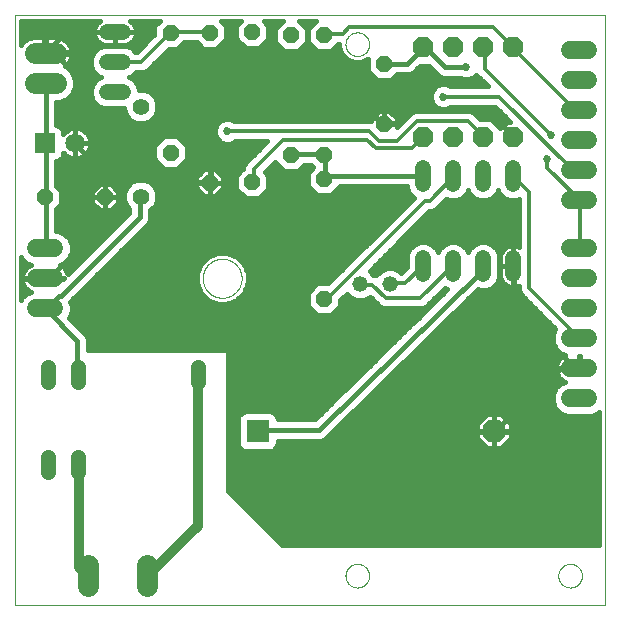
<source format=gtl>
G75*
%MOIN*%
%OFA0B0*%
%FSLAX25Y25*%
%IPPOS*%
%LPD*%
%AMOC8*
5,1,8,0,0,1.08239X$1,22.5*
%
%ADD10C,0.00000*%
%ADD11OC8,0.05200*%
%ADD12C,0.05543*%
%ADD13C,0.05200*%
%ADD14C,0.07050*%
%ADD15OC8,0.06800*%
%ADD16C,0.05200*%
%ADD17R,0.07600X0.07600*%
%ADD18OC8,0.07600*%
%ADD19C,0.05150*%
%ADD20C,0.06000*%
%ADD21C,0.07087*%
%ADD22R,0.06500X0.06500*%
%ADD23C,0.06500*%
%ADD24C,0.01500*%
%ADD25C,0.01600*%
%ADD26C,0.02700*%
%ADD27C,0.01200*%
%ADD28C,0.03200*%
D10*
X0004541Y0018008D02*
X0201391Y0018008D01*
X0201391Y0214858D01*
X0004541Y0214858D01*
X0004541Y0018008D01*
X0067167Y0127000D02*
X0067169Y0127161D01*
X0067175Y0127321D01*
X0067185Y0127482D01*
X0067199Y0127642D01*
X0067217Y0127802D01*
X0067238Y0127961D01*
X0067264Y0128120D01*
X0067294Y0128278D01*
X0067327Y0128435D01*
X0067365Y0128592D01*
X0067406Y0128747D01*
X0067451Y0128901D01*
X0067500Y0129054D01*
X0067553Y0129206D01*
X0067609Y0129357D01*
X0067670Y0129506D01*
X0067733Y0129654D01*
X0067801Y0129800D01*
X0067872Y0129944D01*
X0067946Y0130086D01*
X0068024Y0130227D01*
X0068106Y0130365D01*
X0068191Y0130502D01*
X0068279Y0130636D01*
X0068371Y0130768D01*
X0068466Y0130898D01*
X0068564Y0131026D01*
X0068665Y0131151D01*
X0068769Y0131273D01*
X0068876Y0131393D01*
X0068986Y0131510D01*
X0069099Y0131625D01*
X0069215Y0131736D01*
X0069334Y0131845D01*
X0069455Y0131950D01*
X0069579Y0132053D01*
X0069705Y0132153D01*
X0069833Y0132249D01*
X0069964Y0132342D01*
X0070098Y0132432D01*
X0070233Y0132519D01*
X0070371Y0132602D01*
X0070510Y0132682D01*
X0070652Y0132758D01*
X0070795Y0132831D01*
X0070940Y0132900D01*
X0071087Y0132966D01*
X0071235Y0133028D01*
X0071385Y0133086D01*
X0071536Y0133141D01*
X0071689Y0133192D01*
X0071843Y0133239D01*
X0071998Y0133282D01*
X0072154Y0133321D01*
X0072310Y0133357D01*
X0072468Y0133388D01*
X0072626Y0133416D01*
X0072785Y0133440D01*
X0072945Y0133460D01*
X0073105Y0133476D01*
X0073265Y0133488D01*
X0073426Y0133496D01*
X0073587Y0133500D01*
X0073747Y0133500D01*
X0073908Y0133496D01*
X0074069Y0133488D01*
X0074229Y0133476D01*
X0074389Y0133460D01*
X0074549Y0133440D01*
X0074708Y0133416D01*
X0074866Y0133388D01*
X0075024Y0133357D01*
X0075180Y0133321D01*
X0075336Y0133282D01*
X0075491Y0133239D01*
X0075645Y0133192D01*
X0075798Y0133141D01*
X0075949Y0133086D01*
X0076099Y0133028D01*
X0076247Y0132966D01*
X0076394Y0132900D01*
X0076539Y0132831D01*
X0076682Y0132758D01*
X0076824Y0132682D01*
X0076963Y0132602D01*
X0077101Y0132519D01*
X0077236Y0132432D01*
X0077370Y0132342D01*
X0077501Y0132249D01*
X0077629Y0132153D01*
X0077755Y0132053D01*
X0077879Y0131950D01*
X0078000Y0131845D01*
X0078119Y0131736D01*
X0078235Y0131625D01*
X0078348Y0131510D01*
X0078458Y0131393D01*
X0078565Y0131273D01*
X0078669Y0131151D01*
X0078770Y0131026D01*
X0078868Y0130898D01*
X0078963Y0130768D01*
X0079055Y0130636D01*
X0079143Y0130502D01*
X0079228Y0130365D01*
X0079310Y0130227D01*
X0079388Y0130086D01*
X0079462Y0129944D01*
X0079533Y0129800D01*
X0079601Y0129654D01*
X0079664Y0129506D01*
X0079725Y0129357D01*
X0079781Y0129206D01*
X0079834Y0129054D01*
X0079883Y0128901D01*
X0079928Y0128747D01*
X0079969Y0128592D01*
X0080007Y0128435D01*
X0080040Y0128278D01*
X0080070Y0128120D01*
X0080096Y0127961D01*
X0080117Y0127802D01*
X0080135Y0127642D01*
X0080149Y0127482D01*
X0080159Y0127321D01*
X0080165Y0127161D01*
X0080167Y0127000D01*
X0080165Y0126839D01*
X0080159Y0126679D01*
X0080149Y0126518D01*
X0080135Y0126358D01*
X0080117Y0126198D01*
X0080096Y0126039D01*
X0080070Y0125880D01*
X0080040Y0125722D01*
X0080007Y0125565D01*
X0079969Y0125408D01*
X0079928Y0125253D01*
X0079883Y0125099D01*
X0079834Y0124946D01*
X0079781Y0124794D01*
X0079725Y0124643D01*
X0079664Y0124494D01*
X0079601Y0124346D01*
X0079533Y0124200D01*
X0079462Y0124056D01*
X0079388Y0123914D01*
X0079310Y0123773D01*
X0079228Y0123635D01*
X0079143Y0123498D01*
X0079055Y0123364D01*
X0078963Y0123232D01*
X0078868Y0123102D01*
X0078770Y0122974D01*
X0078669Y0122849D01*
X0078565Y0122727D01*
X0078458Y0122607D01*
X0078348Y0122490D01*
X0078235Y0122375D01*
X0078119Y0122264D01*
X0078000Y0122155D01*
X0077879Y0122050D01*
X0077755Y0121947D01*
X0077629Y0121847D01*
X0077501Y0121751D01*
X0077370Y0121658D01*
X0077236Y0121568D01*
X0077101Y0121481D01*
X0076963Y0121398D01*
X0076824Y0121318D01*
X0076682Y0121242D01*
X0076539Y0121169D01*
X0076394Y0121100D01*
X0076247Y0121034D01*
X0076099Y0120972D01*
X0075949Y0120914D01*
X0075798Y0120859D01*
X0075645Y0120808D01*
X0075491Y0120761D01*
X0075336Y0120718D01*
X0075180Y0120679D01*
X0075024Y0120643D01*
X0074866Y0120612D01*
X0074708Y0120584D01*
X0074549Y0120560D01*
X0074389Y0120540D01*
X0074229Y0120524D01*
X0074069Y0120512D01*
X0073908Y0120504D01*
X0073747Y0120500D01*
X0073587Y0120500D01*
X0073426Y0120504D01*
X0073265Y0120512D01*
X0073105Y0120524D01*
X0072945Y0120540D01*
X0072785Y0120560D01*
X0072626Y0120584D01*
X0072468Y0120612D01*
X0072310Y0120643D01*
X0072154Y0120679D01*
X0071998Y0120718D01*
X0071843Y0120761D01*
X0071689Y0120808D01*
X0071536Y0120859D01*
X0071385Y0120914D01*
X0071235Y0120972D01*
X0071087Y0121034D01*
X0070940Y0121100D01*
X0070795Y0121169D01*
X0070652Y0121242D01*
X0070510Y0121318D01*
X0070371Y0121398D01*
X0070233Y0121481D01*
X0070098Y0121568D01*
X0069964Y0121658D01*
X0069833Y0121751D01*
X0069705Y0121847D01*
X0069579Y0121947D01*
X0069455Y0122050D01*
X0069334Y0122155D01*
X0069215Y0122264D01*
X0069099Y0122375D01*
X0068986Y0122490D01*
X0068876Y0122607D01*
X0068769Y0122727D01*
X0068665Y0122849D01*
X0068564Y0122974D01*
X0068466Y0123102D01*
X0068371Y0123232D01*
X0068279Y0123364D01*
X0068191Y0123498D01*
X0068106Y0123635D01*
X0068024Y0123773D01*
X0067946Y0123914D01*
X0067872Y0124056D01*
X0067801Y0124200D01*
X0067733Y0124346D01*
X0067670Y0124494D01*
X0067609Y0124643D01*
X0067553Y0124794D01*
X0067500Y0124946D01*
X0067451Y0125099D01*
X0067406Y0125253D01*
X0067365Y0125408D01*
X0067327Y0125565D01*
X0067294Y0125722D01*
X0067264Y0125880D01*
X0067238Y0126039D01*
X0067217Y0126198D01*
X0067199Y0126358D01*
X0067185Y0126518D01*
X0067175Y0126679D01*
X0067169Y0126839D01*
X0067167Y0127000D01*
X0114777Y0205016D02*
X0114779Y0205141D01*
X0114785Y0205266D01*
X0114795Y0205390D01*
X0114809Y0205514D01*
X0114826Y0205638D01*
X0114848Y0205761D01*
X0114874Y0205883D01*
X0114903Y0206005D01*
X0114936Y0206125D01*
X0114974Y0206244D01*
X0115014Y0206363D01*
X0115059Y0206479D01*
X0115107Y0206594D01*
X0115159Y0206708D01*
X0115215Y0206820D01*
X0115274Y0206930D01*
X0115336Y0207038D01*
X0115402Y0207145D01*
X0115471Y0207249D01*
X0115544Y0207350D01*
X0115619Y0207450D01*
X0115698Y0207547D01*
X0115780Y0207641D01*
X0115865Y0207733D01*
X0115952Y0207822D01*
X0116043Y0207908D01*
X0116136Y0207991D01*
X0116232Y0208072D01*
X0116330Y0208149D01*
X0116430Y0208223D01*
X0116533Y0208294D01*
X0116638Y0208361D01*
X0116746Y0208426D01*
X0116855Y0208486D01*
X0116966Y0208544D01*
X0117079Y0208597D01*
X0117193Y0208647D01*
X0117309Y0208694D01*
X0117426Y0208736D01*
X0117545Y0208775D01*
X0117665Y0208811D01*
X0117786Y0208842D01*
X0117908Y0208870D01*
X0118030Y0208893D01*
X0118154Y0208913D01*
X0118278Y0208929D01*
X0118402Y0208941D01*
X0118527Y0208949D01*
X0118652Y0208953D01*
X0118776Y0208953D01*
X0118901Y0208949D01*
X0119026Y0208941D01*
X0119150Y0208929D01*
X0119274Y0208913D01*
X0119398Y0208893D01*
X0119520Y0208870D01*
X0119642Y0208842D01*
X0119763Y0208811D01*
X0119883Y0208775D01*
X0120002Y0208736D01*
X0120119Y0208694D01*
X0120235Y0208647D01*
X0120349Y0208597D01*
X0120462Y0208544D01*
X0120573Y0208486D01*
X0120683Y0208426D01*
X0120790Y0208361D01*
X0120895Y0208294D01*
X0120998Y0208223D01*
X0121098Y0208149D01*
X0121196Y0208072D01*
X0121292Y0207991D01*
X0121385Y0207908D01*
X0121476Y0207822D01*
X0121563Y0207733D01*
X0121648Y0207641D01*
X0121730Y0207547D01*
X0121809Y0207450D01*
X0121884Y0207350D01*
X0121957Y0207249D01*
X0122026Y0207145D01*
X0122092Y0207038D01*
X0122154Y0206930D01*
X0122213Y0206820D01*
X0122269Y0206708D01*
X0122321Y0206594D01*
X0122369Y0206479D01*
X0122414Y0206363D01*
X0122454Y0206244D01*
X0122492Y0206125D01*
X0122525Y0206005D01*
X0122554Y0205883D01*
X0122580Y0205761D01*
X0122602Y0205638D01*
X0122619Y0205514D01*
X0122633Y0205390D01*
X0122643Y0205266D01*
X0122649Y0205141D01*
X0122651Y0205016D01*
X0122649Y0204891D01*
X0122643Y0204766D01*
X0122633Y0204642D01*
X0122619Y0204518D01*
X0122602Y0204394D01*
X0122580Y0204271D01*
X0122554Y0204149D01*
X0122525Y0204027D01*
X0122492Y0203907D01*
X0122454Y0203788D01*
X0122414Y0203669D01*
X0122369Y0203553D01*
X0122321Y0203438D01*
X0122269Y0203324D01*
X0122213Y0203212D01*
X0122154Y0203102D01*
X0122092Y0202994D01*
X0122026Y0202887D01*
X0121957Y0202783D01*
X0121884Y0202682D01*
X0121809Y0202582D01*
X0121730Y0202485D01*
X0121648Y0202391D01*
X0121563Y0202299D01*
X0121476Y0202210D01*
X0121385Y0202124D01*
X0121292Y0202041D01*
X0121196Y0201960D01*
X0121098Y0201883D01*
X0120998Y0201809D01*
X0120895Y0201738D01*
X0120790Y0201671D01*
X0120682Y0201606D01*
X0120573Y0201546D01*
X0120462Y0201488D01*
X0120349Y0201435D01*
X0120235Y0201385D01*
X0120119Y0201338D01*
X0120002Y0201296D01*
X0119883Y0201257D01*
X0119763Y0201221D01*
X0119642Y0201190D01*
X0119520Y0201162D01*
X0119398Y0201139D01*
X0119274Y0201119D01*
X0119150Y0201103D01*
X0119026Y0201091D01*
X0118901Y0201083D01*
X0118776Y0201079D01*
X0118652Y0201079D01*
X0118527Y0201083D01*
X0118402Y0201091D01*
X0118278Y0201103D01*
X0118154Y0201119D01*
X0118030Y0201139D01*
X0117908Y0201162D01*
X0117786Y0201190D01*
X0117665Y0201221D01*
X0117545Y0201257D01*
X0117426Y0201296D01*
X0117309Y0201338D01*
X0117193Y0201385D01*
X0117079Y0201435D01*
X0116966Y0201488D01*
X0116855Y0201546D01*
X0116745Y0201606D01*
X0116638Y0201671D01*
X0116533Y0201738D01*
X0116430Y0201809D01*
X0116330Y0201883D01*
X0116232Y0201960D01*
X0116136Y0202041D01*
X0116043Y0202124D01*
X0115952Y0202210D01*
X0115865Y0202299D01*
X0115780Y0202391D01*
X0115698Y0202485D01*
X0115619Y0202582D01*
X0115544Y0202682D01*
X0115471Y0202783D01*
X0115402Y0202887D01*
X0115336Y0202994D01*
X0115274Y0203102D01*
X0115215Y0203212D01*
X0115159Y0203324D01*
X0115107Y0203438D01*
X0115059Y0203553D01*
X0115014Y0203669D01*
X0114974Y0203788D01*
X0114936Y0203907D01*
X0114903Y0204027D01*
X0114874Y0204149D01*
X0114848Y0204271D01*
X0114826Y0204394D01*
X0114809Y0204518D01*
X0114795Y0204642D01*
X0114785Y0204766D01*
X0114779Y0204891D01*
X0114777Y0205016D01*
X0114777Y0027850D02*
X0114779Y0027975D01*
X0114785Y0028100D01*
X0114795Y0028224D01*
X0114809Y0028348D01*
X0114826Y0028472D01*
X0114848Y0028595D01*
X0114874Y0028717D01*
X0114903Y0028839D01*
X0114936Y0028959D01*
X0114974Y0029078D01*
X0115014Y0029197D01*
X0115059Y0029313D01*
X0115107Y0029428D01*
X0115159Y0029542D01*
X0115215Y0029654D01*
X0115274Y0029764D01*
X0115336Y0029872D01*
X0115402Y0029979D01*
X0115471Y0030083D01*
X0115544Y0030184D01*
X0115619Y0030284D01*
X0115698Y0030381D01*
X0115780Y0030475D01*
X0115865Y0030567D01*
X0115952Y0030656D01*
X0116043Y0030742D01*
X0116136Y0030825D01*
X0116232Y0030906D01*
X0116330Y0030983D01*
X0116430Y0031057D01*
X0116533Y0031128D01*
X0116638Y0031195D01*
X0116746Y0031260D01*
X0116855Y0031320D01*
X0116966Y0031378D01*
X0117079Y0031431D01*
X0117193Y0031481D01*
X0117309Y0031528D01*
X0117426Y0031570D01*
X0117545Y0031609D01*
X0117665Y0031645D01*
X0117786Y0031676D01*
X0117908Y0031704D01*
X0118030Y0031727D01*
X0118154Y0031747D01*
X0118278Y0031763D01*
X0118402Y0031775D01*
X0118527Y0031783D01*
X0118652Y0031787D01*
X0118776Y0031787D01*
X0118901Y0031783D01*
X0119026Y0031775D01*
X0119150Y0031763D01*
X0119274Y0031747D01*
X0119398Y0031727D01*
X0119520Y0031704D01*
X0119642Y0031676D01*
X0119763Y0031645D01*
X0119883Y0031609D01*
X0120002Y0031570D01*
X0120119Y0031528D01*
X0120235Y0031481D01*
X0120349Y0031431D01*
X0120462Y0031378D01*
X0120573Y0031320D01*
X0120683Y0031260D01*
X0120790Y0031195D01*
X0120895Y0031128D01*
X0120998Y0031057D01*
X0121098Y0030983D01*
X0121196Y0030906D01*
X0121292Y0030825D01*
X0121385Y0030742D01*
X0121476Y0030656D01*
X0121563Y0030567D01*
X0121648Y0030475D01*
X0121730Y0030381D01*
X0121809Y0030284D01*
X0121884Y0030184D01*
X0121957Y0030083D01*
X0122026Y0029979D01*
X0122092Y0029872D01*
X0122154Y0029764D01*
X0122213Y0029654D01*
X0122269Y0029542D01*
X0122321Y0029428D01*
X0122369Y0029313D01*
X0122414Y0029197D01*
X0122454Y0029078D01*
X0122492Y0028959D01*
X0122525Y0028839D01*
X0122554Y0028717D01*
X0122580Y0028595D01*
X0122602Y0028472D01*
X0122619Y0028348D01*
X0122633Y0028224D01*
X0122643Y0028100D01*
X0122649Y0027975D01*
X0122651Y0027850D01*
X0122649Y0027725D01*
X0122643Y0027600D01*
X0122633Y0027476D01*
X0122619Y0027352D01*
X0122602Y0027228D01*
X0122580Y0027105D01*
X0122554Y0026983D01*
X0122525Y0026861D01*
X0122492Y0026741D01*
X0122454Y0026622D01*
X0122414Y0026503D01*
X0122369Y0026387D01*
X0122321Y0026272D01*
X0122269Y0026158D01*
X0122213Y0026046D01*
X0122154Y0025936D01*
X0122092Y0025828D01*
X0122026Y0025721D01*
X0121957Y0025617D01*
X0121884Y0025516D01*
X0121809Y0025416D01*
X0121730Y0025319D01*
X0121648Y0025225D01*
X0121563Y0025133D01*
X0121476Y0025044D01*
X0121385Y0024958D01*
X0121292Y0024875D01*
X0121196Y0024794D01*
X0121098Y0024717D01*
X0120998Y0024643D01*
X0120895Y0024572D01*
X0120790Y0024505D01*
X0120682Y0024440D01*
X0120573Y0024380D01*
X0120462Y0024322D01*
X0120349Y0024269D01*
X0120235Y0024219D01*
X0120119Y0024172D01*
X0120002Y0024130D01*
X0119883Y0024091D01*
X0119763Y0024055D01*
X0119642Y0024024D01*
X0119520Y0023996D01*
X0119398Y0023973D01*
X0119274Y0023953D01*
X0119150Y0023937D01*
X0119026Y0023925D01*
X0118901Y0023917D01*
X0118776Y0023913D01*
X0118652Y0023913D01*
X0118527Y0023917D01*
X0118402Y0023925D01*
X0118278Y0023937D01*
X0118154Y0023953D01*
X0118030Y0023973D01*
X0117908Y0023996D01*
X0117786Y0024024D01*
X0117665Y0024055D01*
X0117545Y0024091D01*
X0117426Y0024130D01*
X0117309Y0024172D01*
X0117193Y0024219D01*
X0117079Y0024269D01*
X0116966Y0024322D01*
X0116855Y0024380D01*
X0116745Y0024440D01*
X0116638Y0024505D01*
X0116533Y0024572D01*
X0116430Y0024643D01*
X0116330Y0024717D01*
X0116232Y0024794D01*
X0116136Y0024875D01*
X0116043Y0024958D01*
X0115952Y0025044D01*
X0115865Y0025133D01*
X0115780Y0025225D01*
X0115698Y0025319D01*
X0115619Y0025416D01*
X0115544Y0025516D01*
X0115471Y0025617D01*
X0115402Y0025721D01*
X0115336Y0025828D01*
X0115274Y0025936D01*
X0115215Y0026046D01*
X0115159Y0026158D01*
X0115107Y0026272D01*
X0115059Y0026387D01*
X0115014Y0026503D01*
X0114974Y0026622D01*
X0114936Y0026741D01*
X0114903Y0026861D01*
X0114874Y0026983D01*
X0114848Y0027105D01*
X0114826Y0027228D01*
X0114809Y0027352D01*
X0114795Y0027476D01*
X0114785Y0027600D01*
X0114779Y0027725D01*
X0114777Y0027850D01*
X0185730Y0027850D02*
X0185732Y0027975D01*
X0185738Y0028100D01*
X0185748Y0028224D01*
X0185762Y0028348D01*
X0185779Y0028472D01*
X0185801Y0028595D01*
X0185827Y0028717D01*
X0185856Y0028839D01*
X0185889Y0028959D01*
X0185927Y0029078D01*
X0185967Y0029197D01*
X0186012Y0029313D01*
X0186060Y0029428D01*
X0186112Y0029542D01*
X0186168Y0029654D01*
X0186227Y0029764D01*
X0186289Y0029872D01*
X0186355Y0029979D01*
X0186424Y0030083D01*
X0186497Y0030184D01*
X0186572Y0030284D01*
X0186651Y0030381D01*
X0186733Y0030475D01*
X0186818Y0030567D01*
X0186905Y0030656D01*
X0186996Y0030742D01*
X0187089Y0030825D01*
X0187185Y0030906D01*
X0187283Y0030983D01*
X0187383Y0031057D01*
X0187486Y0031128D01*
X0187591Y0031195D01*
X0187699Y0031260D01*
X0187808Y0031320D01*
X0187919Y0031378D01*
X0188032Y0031431D01*
X0188146Y0031481D01*
X0188262Y0031528D01*
X0188379Y0031570D01*
X0188498Y0031609D01*
X0188618Y0031645D01*
X0188739Y0031676D01*
X0188861Y0031704D01*
X0188983Y0031727D01*
X0189107Y0031747D01*
X0189231Y0031763D01*
X0189355Y0031775D01*
X0189480Y0031783D01*
X0189605Y0031787D01*
X0189729Y0031787D01*
X0189854Y0031783D01*
X0189979Y0031775D01*
X0190103Y0031763D01*
X0190227Y0031747D01*
X0190351Y0031727D01*
X0190473Y0031704D01*
X0190595Y0031676D01*
X0190716Y0031645D01*
X0190836Y0031609D01*
X0190955Y0031570D01*
X0191072Y0031528D01*
X0191188Y0031481D01*
X0191302Y0031431D01*
X0191415Y0031378D01*
X0191526Y0031320D01*
X0191636Y0031260D01*
X0191743Y0031195D01*
X0191848Y0031128D01*
X0191951Y0031057D01*
X0192051Y0030983D01*
X0192149Y0030906D01*
X0192245Y0030825D01*
X0192338Y0030742D01*
X0192429Y0030656D01*
X0192516Y0030567D01*
X0192601Y0030475D01*
X0192683Y0030381D01*
X0192762Y0030284D01*
X0192837Y0030184D01*
X0192910Y0030083D01*
X0192979Y0029979D01*
X0193045Y0029872D01*
X0193107Y0029764D01*
X0193166Y0029654D01*
X0193222Y0029542D01*
X0193274Y0029428D01*
X0193322Y0029313D01*
X0193367Y0029197D01*
X0193407Y0029078D01*
X0193445Y0028959D01*
X0193478Y0028839D01*
X0193507Y0028717D01*
X0193533Y0028595D01*
X0193555Y0028472D01*
X0193572Y0028348D01*
X0193586Y0028224D01*
X0193596Y0028100D01*
X0193602Y0027975D01*
X0193604Y0027850D01*
X0193602Y0027725D01*
X0193596Y0027600D01*
X0193586Y0027476D01*
X0193572Y0027352D01*
X0193555Y0027228D01*
X0193533Y0027105D01*
X0193507Y0026983D01*
X0193478Y0026861D01*
X0193445Y0026741D01*
X0193407Y0026622D01*
X0193367Y0026503D01*
X0193322Y0026387D01*
X0193274Y0026272D01*
X0193222Y0026158D01*
X0193166Y0026046D01*
X0193107Y0025936D01*
X0193045Y0025828D01*
X0192979Y0025721D01*
X0192910Y0025617D01*
X0192837Y0025516D01*
X0192762Y0025416D01*
X0192683Y0025319D01*
X0192601Y0025225D01*
X0192516Y0025133D01*
X0192429Y0025044D01*
X0192338Y0024958D01*
X0192245Y0024875D01*
X0192149Y0024794D01*
X0192051Y0024717D01*
X0191951Y0024643D01*
X0191848Y0024572D01*
X0191743Y0024505D01*
X0191635Y0024440D01*
X0191526Y0024380D01*
X0191415Y0024322D01*
X0191302Y0024269D01*
X0191188Y0024219D01*
X0191072Y0024172D01*
X0190955Y0024130D01*
X0190836Y0024091D01*
X0190716Y0024055D01*
X0190595Y0024024D01*
X0190473Y0023996D01*
X0190351Y0023973D01*
X0190227Y0023953D01*
X0190103Y0023937D01*
X0189979Y0023925D01*
X0189854Y0023917D01*
X0189729Y0023913D01*
X0189605Y0023913D01*
X0189480Y0023917D01*
X0189355Y0023925D01*
X0189231Y0023937D01*
X0189107Y0023953D01*
X0188983Y0023973D01*
X0188861Y0023996D01*
X0188739Y0024024D01*
X0188618Y0024055D01*
X0188498Y0024091D01*
X0188379Y0024130D01*
X0188262Y0024172D01*
X0188146Y0024219D01*
X0188032Y0024269D01*
X0187919Y0024322D01*
X0187808Y0024380D01*
X0187698Y0024440D01*
X0187591Y0024505D01*
X0187486Y0024572D01*
X0187383Y0024643D01*
X0187283Y0024717D01*
X0187185Y0024794D01*
X0187089Y0024875D01*
X0186996Y0024958D01*
X0186905Y0025044D01*
X0186818Y0025133D01*
X0186733Y0025225D01*
X0186651Y0025319D01*
X0186572Y0025416D01*
X0186497Y0025516D01*
X0186424Y0025617D01*
X0186355Y0025721D01*
X0186289Y0025828D01*
X0186227Y0025936D01*
X0186168Y0026046D01*
X0186112Y0026158D01*
X0186060Y0026272D01*
X0186012Y0026387D01*
X0185967Y0026503D01*
X0185927Y0026622D01*
X0185889Y0026741D01*
X0185856Y0026861D01*
X0185827Y0026983D01*
X0185801Y0027105D01*
X0185779Y0027228D01*
X0185762Y0027352D01*
X0185748Y0027476D01*
X0185738Y0027600D01*
X0185732Y0027725D01*
X0185730Y0027850D01*
D11*
X0107667Y0120000D03*
X0107667Y0160000D03*
X0107667Y0168000D03*
X0096667Y0168000D03*
X0083698Y0159000D03*
X0069509Y0158906D03*
X0056509Y0168906D03*
X0034667Y0154000D03*
X0014667Y0154000D03*
X0056509Y0208906D03*
X0069509Y0208906D03*
X0083698Y0209000D03*
X0096667Y0208000D03*
X0107667Y0208000D03*
X0127619Y0198449D03*
X0127619Y0178449D03*
D12*
X0046509Y0184220D03*
X0046509Y0154220D03*
D13*
X0040550Y0189094D02*
X0035350Y0189094D01*
X0035350Y0199094D02*
X0040550Y0199094D01*
X0040550Y0209094D02*
X0035350Y0209094D01*
X0140667Y0163600D02*
X0140667Y0158400D01*
X0150667Y0158400D02*
X0150667Y0163600D01*
X0160667Y0163600D02*
X0160667Y0158400D01*
X0170667Y0158400D02*
X0170667Y0163600D01*
X0170667Y0133600D02*
X0170667Y0128400D01*
X0160667Y0128400D02*
X0160667Y0133600D01*
X0150667Y0133600D02*
X0150667Y0128400D01*
X0140667Y0128400D02*
X0140667Y0133600D01*
D14*
X0048509Y0031525D02*
X0048509Y0024475D01*
X0028824Y0024475D02*
X0028824Y0031525D01*
D15*
X0140667Y0174000D03*
X0150667Y0174000D03*
X0160667Y0174000D03*
X0170667Y0174000D03*
X0170667Y0204000D03*
X0160667Y0204000D03*
X0150667Y0204000D03*
X0140667Y0204000D03*
D16*
X0129667Y0125000D03*
X0119667Y0125000D03*
D17*
X0085549Y0076000D03*
D18*
X0164289Y0076000D03*
D19*
X0065667Y0092425D02*
X0065667Y0097575D01*
X0025667Y0097575D02*
X0025667Y0092425D01*
X0015667Y0092425D02*
X0015667Y0097575D01*
X0015667Y0067575D02*
X0015667Y0062425D01*
X0025667Y0062425D02*
X0025667Y0067575D01*
D20*
X0017667Y0117000D02*
X0011667Y0117000D01*
X0011667Y0127000D02*
X0017667Y0127000D01*
X0017667Y0137000D02*
X0011667Y0137000D01*
X0189667Y0137000D02*
X0195667Y0137000D01*
X0195667Y0127000D02*
X0189667Y0127000D01*
X0189667Y0117000D02*
X0195667Y0117000D01*
X0195667Y0107000D02*
X0189667Y0107000D01*
X0189667Y0097000D02*
X0195667Y0097000D01*
X0195667Y0087000D02*
X0189667Y0087000D01*
X0189667Y0153000D02*
X0195667Y0153000D01*
X0195667Y0163000D02*
X0189667Y0163000D01*
X0189667Y0173000D02*
X0195667Y0173000D01*
X0195667Y0183000D02*
X0189667Y0183000D01*
X0189667Y0193000D02*
X0195667Y0193000D01*
X0195667Y0203000D02*
X0189667Y0203000D01*
D21*
X0018210Y0202000D02*
X0011123Y0202000D01*
X0011123Y0192000D02*
X0018210Y0192000D01*
D22*
X0014667Y0172000D03*
D23*
X0024667Y0172000D03*
D24*
X0024767Y0172700D01*
X0024767Y0195250D01*
X0016517Y0203500D01*
X0014667Y0202000D01*
X0014867Y0202400D01*
X0021467Y0209000D01*
X0037417Y0209000D01*
X0037950Y0209094D01*
X0014867Y0191950D02*
X0014667Y0192000D01*
X0014867Y0191950D02*
X0014867Y0172700D01*
X0014667Y0172000D01*
X0014867Y0171600D01*
X0014867Y0154550D01*
X0014667Y0154000D01*
X0014867Y0154000D01*
X0014867Y0137500D01*
X0014667Y0137000D01*
X0014867Y0127050D02*
X0014667Y0127000D01*
X0014867Y0127050D02*
X0015967Y0127050D01*
X0034667Y0145750D01*
X0034667Y0154000D01*
X0034667Y0160050D01*
X0048967Y0160050D01*
X0050067Y0158950D01*
X0069317Y0158950D01*
X0069509Y0158906D01*
X0069867Y0159500D01*
X0069867Y0176550D01*
X0073717Y0180400D01*
X0125417Y0180400D01*
X0127067Y0178750D01*
X0127619Y0178449D01*
X0128167Y0178750D01*
X0133117Y0178750D01*
X0137517Y0183150D01*
X0161717Y0183150D01*
X0170517Y0174350D01*
X0170667Y0174000D01*
X0155117Y0197450D02*
X0147967Y0197450D01*
X0141367Y0204050D01*
X0140667Y0204000D01*
X0140267Y0203500D01*
X0135317Y0198550D01*
X0128167Y0198550D01*
X0127619Y0198449D01*
X0107267Y0168300D02*
X0107667Y0168000D01*
X0107817Y0167750D01*
X0107817Y0160050D01*
X0107667Y0160000D01*
X0108367Y0161150D01*
X0140267Y0161150D01*
X0140667Y0161000D01*
X0160667Y0131000D02*
X0160617Y0130900D01*
X0160517Y0129900D01*
X0106067Y0076450D01*
X0085817Y0076450D01*
X0085549Y0076000D01*
X0025667Y0095000D02*
X0025317Y0095150D01*
X0025317Y0106150D01*
X0014867Y0116600D01*
X0014667Y0117000D01*
X0015417Y0117150D01*
X0019267Y0121000D01*
X0019817Y0121000D01*
X0046217Y0147400D01*
X0046217Y0154000D01*
X0046509Y0154220D01*
X0034667Y0160050D02*
X0034667Y0161700D01*
X0024767Y0171600D01*
X0024667Y0172000D01*
X0096667Y0168000D02*
X0096817Y0168300D01*
X0107267Y0168300D01*
X0170667Y0131000D02*
X0171067Y0130900D01*
X0171067Y0117150D01*
X0190867Y0097350D01*
X0192517Y0097350D01*
X0192667Y0097000D01*
X0188667Y0099000D01*
X0165117Y0076450D01*
X0164289Y0076000D01*
D25*
X0164375Y0076086D02*
X0164203Y0076086D01*
X0164203Y0081600D01*
X0161969Y0081600D01*
X0158689Y0078320D01*
X0158689Y0076086D01*
X0164203Y0076086D01*
X0164203Y0075914D01*
X0164375Y0075914D01*
X0164375Y0076086D01*
X0169889Y0076086D01*
X0169889Y0078320D01*
X0166608Y0081600D01*
X0164375Y0081600D01*
X0164375Y0076086D01*
X0164375Y0075914D02*
X0169889Y0075914D01*
X0169889Y0073680D01*
X0166608Y0070400D01*
X0164375Y0070400D01*
X0164375Y0075914D01*
X0164203Y0075914D02*
X0164203Y0070400D01*
X0161969Y0070400D01*
X0158689Y0073680D01*
X0158689Y0075914D01*
X0164203Y0075914D01*
X0164203Y0075509D02*
X0164375Y0075509D01*
X0164375Y0073911D02*
X0164203Y0073911D01*
X0164203Y0072312D02*
X0164375Y0072312D01*
X0164375Y0070714D02*
X0164203Y0070714D01*
X0166922Y0070714D02*
X0199391Y0070714D01*
X0199391Y0072312D02*
X0168520Y0072312D01*
X0169889Y0073911D02*
X0199391Y0073911D01*
X0199391Y0075509D02*
X0169889Y0075509D01*
X0169889Y0077108D02*
X0199391Y0077108D01*
X0199391Y0078706D02*
X0169502Y0078706D01*
X0167904Y0080305D02*
X0199391Y0080305D01*
X0199391Y0081903D02*
X0198518Y0081903D01*
X0198952Y0082083D02*
X0199391Y0082522D01*
X0199391Y0038000D01*
X0093667Y0038000D01*
X0075667Y0056000D01*
X0075667Y0103000D01*
X0028867Y0103000D01*
X0028867Y0106856D01*
X0028326Y0108161D01*
X0022639Y0113848D01*
X0023467Y0115846D01*
X0023467Y0118154D01*
X0023034Y0119197D01*
X0048228Y0144390D01*
X0049226Y0145389D01*
X0049767Y0146694D01*
X0049767Y0149598D01*
X0051233Y0151064D01*
X0052081Y0153112D01*
X0052081Y0155329D01*
X0051233Y0157377D01*
X0049665Y0158944D01*
X0047617Y0159792D01*
X0045401Y0159792D01*
X0043353Y0158944D01*
X0041786Y0157377D01*
X0040938Y0155329D01*
X0040938Y0153112D01*
X0041786Y0151064D01*
X0042667Y0150183D01*
X0042667Y0148870D01*
X0022243Y0128447D01*
X0022115Y0128843D01*
X0021772Y0129516D01*
X0021328Y0130127D01*
X0020794Y0130661D01*
X0020182Y0131105D01*
X0019509Y0131448D01*
X0019459Y0131465D01*
X0020952Y0132083D01*
X0022584Y0133715D01*
X0023467Y0135846D01*
X0023467Y0138154D01*
X0022584Y0140285D01*
X0020952Y0141917D01*
X0018820Y0142800D01*
X0018417Y0142800D01*
X0018417Y0150113D01*
X0020067Y0151763D01*
X0020067Y0156237D01*
X0018417Y0157887D01*
X0018417Y0165950D01*
X0018474Y0165950D01*
X0019503Y0166376D01*
X0020290Y0167164D01*
X0020717Y0168193D01*
X0020717Y0168845D01*
X0020815Y0168710D01*
X0021377Y0168148D01*
X0022020Y0167681D01*
X0022728Y0167320D01*
X0023484Y0167074D01*
X0024269Y0166950D01*
X0024667Y0166950D01*
X0025064Y0166950D01*
X0025849Y0167074D01*
X0026605Y0167320D01*
X0027313Y0167681D01*
X0027957Y0168148D01*
X0028519Y0168710D01*
X0028986Y0169353D01*
X0029347Y0170061D01*
X0029592Y0170817D01*
X0029717Y0171603D01*
X0029717Y0172000D01*
X0029717Y0172397D01*
X0029592Y0173183D01*
X0029347Y0173939D01*
X0028986Y0174647D01*
X0028519Y0175290D01*
X0027957Y0175852D01*
X0027313Y0176319D01*
X0026605Y0176680D01*
X0025849Y0176926D01*
X0025064Y0177050D01*
X0024667Y0177050D01*
X0024667Y0172000D01*
X0029717Y0172000D01*
X0024667Y0172000D01*
X0024667Y0172000D01*
X0024667Y0172000D01*
X0024667Y0166950D01*
X0024667Y0172000D01*
X0024667Y0172000D01*
X0024667Y0177050D01*
X0024269Y0177050D01*
X0023484Y0176926D01*
X0022728Y0176680D01*
X0022020Y0176319D01*
X0021377Y0175852D01*
X0020815Y0175290D01*
X0020717Y0175155D01*
X0020717Y0175807D01*
X0020290Y0176836D01*
X0019503Y0177624D01*
X0018474Y0178050D01*
X0018417Y0178050D01*
X0018417Y0185657D01*
X0019472Y0185657D01*
X0021803Y0186622D01*
X0023588Y0188407D01*
X0024553Y0190738D01*
X0024553Y0193262D01*
X0023588Y0195593D01*
X0021803Y0197378D01*
X0021252Y0197606D01*
X0021691Y0197924D01*
X0022286Y0198519D01*
X0022780Y0199199D01*
X0023162Y0199949D01*
X0023422Y0200749D01*
X0023553Y0201579D01*
X0023553Y0201619D01*
X0015048Y0201619D01*
X0015048Y0202381D01*
X0023553Y0202381D01*
X0023553Y0202421D01*
X0023422Y0203251D01*
X0023162Y0204051D01*
X0022780Y0204800D01*
X0022286Y0205481D01*
X0021691Y0206076D01*
X0021010Y0206570D01*
X0020261Y0206952D01*
X0019461Y0207212D01*
X0018630Y0207343D01*
X0015048Y0207343D01*
X0015048Y0202381D01*
X0014286Y0202381D01*
X0014286Y0207343D01*
X0010703Y0207343D01*
X0009872Y0207212D01*
X0009072Y0206952D01*
X0008323Y0206570D01*
X0007642Y0206076D01*
X0007048Y0205481D01*
X0006553Y0204800D01*
X0006541Y0204776D01*
X0006541Y0212858D01*
X0033045Y0212858D01*
X0033044Y0212858D01*
X0032484Y0212451D01*
X0031994Y0211961D01*
X0031587Y0211401D01*
X0031272Y0210784D01*
X0031058Y0210125D01*
X0030950Y0209441D01*
X0030950Y0209095D01*
X0037950Y0209095D01*
X0037950Y0209094D01*
X0037950Y0209094D01*
X0037950Y0204694D01*
X0035004Y0204694D01*
X0034320Y0204803D01*
X0033661Y0205017D01*
X0033044Y0205331D01*
X0032484Y0205738D01*
X0031994Y0206228D01*
X0031587Y0206788D01*
X0031272Y0207405D01*
X0031058Y0208064D01*
X0030950Y0208748D01*
X0030950Y0209094D01*
X0037950Y0209094D01*
X0037950Y0204694D01*
X0040896Y0204694D01*
X0041580Y0204803D01*
X0042239Y0205017D01*
X0042856Y0205331D01*
X0043417Y0205738D01*
X0043906Y0206228D01*
X0044313Y0206788D01*
X0044628Y0207405D01*
X0044842Y0208064D01*
X0044950Y0208748D01*
X0044950Y0209094D01*
X0037950Y0209094D01*
X0037950Y0209095D01*
X0044950Y0209095D01*
X0044950Y0209441D01*
X0044842Y0210125D01*
X0044628Y0210784D01*
X0044313Y0211401D01*
X0043906Y0211961D01*
X0043417Y0212451D01*
X0042856Y0212858D01*
X0042855Y0212858D01*
X0052825Y0212858D01*
X0051109Y0211142D01*
X0051109Y0208251D01*
X0045358Y0202500D01*
X0044781Y0202500D01*
X0043609Y0203672D01*
X0041624Y0204494D01*
X0034276Y0204494D01*
X0032291Y0203672D01*
X0030772Y0202153D01*
X0029950Y0200169D01*
X0029950Y0198020D01*
X0030772Y0196036D01*
X0032291Y0194517D01*
X0033310Y0194094D01*
X0032291Y0193672D01*
X0030772Y0192153D01*
X0029950Y0190169D01*
X0029950Y0188020D01*
X0030772Y0186036D01*
X0032291Y0184517D01*
X0034276Y0183694D01*
X0040938Y0183694D01*
X0040938Y0183112D01*
X0041786Y0181064D01*
X0043353Y0179497D01*
X0045401Y0178649D01*
X0047617Y0178649D01*
X0049665Y0179497D01*
X0051233Y0181064D01*
X0052081Y0183112D01*
X0052081Y0185329D01*
X0051233Y0187377D01*
X0049665Y0188944D01*
X0047617Y0189792D01*
X0045950Y0189792D01*
X0045950Y0190169D01*
X0045128Y0192153D01*
X0043609Y0193672D01*
X0042590Y0194094D01*
X0043609Y0194517D01*
X0044792Y0195700D01*
X0047443Y0195700D01*
X0048693Y0196218D01*
X0055980Y0203506D01*
X0058746Y0203506D01*
X0060840Y0205600D01*
X0065178Y0205600D01*
X0067272Y0203506D01*
X0071746Y0203506D01*
X0074909Y0206669D01*
X0074909Y0211142D01*
X0073193Y0212858D01*
X0079920Y0212858D01*
X0078298Y0211237D01*
X0078298Y0206763D01*
X0081461Y0203600D01*
X0085935Y0203600D01*
X0089098Y0206763D01*
X0089098Y0211237D01*
X0087477Y0212858D01*
X0093888Y0212858D01*
X0091267Y0210237D01*
X0091267Y0205763D01*
X0094430Y0202600D01*
X0098903Y0202600D01*
X0102067Y0205763D01*
X0102067Y0210237D01*
X0099445Y0212858D01*
X0104888Y0212858D01*
X0102267Y0210237D01*
X0102267Y0205763D01*
X0105430Y0202600D01*
X0109903Y0202600D01*
X0112353Y0205050D01*
X0112777Y0205050D01*
X0112777Y0203835D01*
X0113681Y0201653D01*
X0115351Y0199983D01*
X0117533Y0199079D01*
X0119895Y0199079D01*
X0122077Y0199983D01*
X0122219Y0200125D01*
X0122219Y0196212D01*
X0125383Y0193049D01*
X0129856Y0193049D01*
X0131807Y0195000D01*
X0136023Y0195000D01*
X0137328Y0195540D01*
X0139587Y0197800D01*
X0142596Y0197800D01*
X0145956Y0194440D01*
X0147261Y0193900D01*
X0152843Y0193900D01*
X0154291Y0193300D01*
X0155942Y0193300D01*
X0157467Y0193932D01*
X0158397Y0194861D01*
X0162308Y0190950D01*
X0149886Y0190950D01*
X0149767Y0191068D01*
X0148242Y0191700D01*
X0146591Y0191700D01*
X0145066Y0191068D01*
X0143898Y0189901D01*
X0143267Y0188375D01*
X0143267Y0186725D01*
X0143898Y0185199D01*
X0145066Y0184032D01*
X0146591Y0183400D01*
X0148242Y0183400D01*
X0149767Y0184032D01*
X0149886Y0184150D01*
X0164708Y0184150D01*
X0169658Y0179200D01*
X0168513Y0179200D01*
X0166374Y0177061D01*
X0163235Y0180200D01*
X0159575Y0180200D01*
X0157593Y0182182D01*
X0156343Y0182700D01*
X0137940Y0182700D01*
X0136691Y0182182D01*
X0135734Y0181226D01*
X0132019Y0177511D01*
X0132019Y0178449D01*
X0132019Y0180271D01*
X0129442Y0182849D01*
X0127619Y0182849D01*
X0125797Y0182849D01*
X0123219Y0180271D01*
X0123219Y0179400D01*
X0077836Y0179400D01*
X0077717Y0179518D01*
X0076192Y0180150D01*
X0074541Y0180150D01*
X0073016Y0179518D01*
X0071848Y0178351D01*
X0071217Y0176825D01*
X0071217Y0175175D01*
X0071848Y0173649D01*
X0073016Y0172482D01*
X0074541Y0171850D01*
X0076192Y0171850D01*
X0077717Y0172482D01*
X0077836Y0172600D01*
X0088608Y0172600D01*
X0081284Y0165276D01*
X0080767Y0164026D01*
X0080767Y0163705D01*
X0078298Y0161237D01*
X0078298Y0156763D01*
X0081461Y0153600D01*
X0085935Y0153600D01*
X0089098Y0156763D01*
X0089098Y0161237D01*
X0087980Y0162355D01*
X0091327Y0165702D01*
X0094430Y0162600D01*
X0098903Y0162600D01*
X0101053Y0164750D01*
X0103280Y0164750D01*
X0104030Y0164000D01*
X0102267Y0162237D01*
X0102267Y0157763D01*
X0105430Y0154600D01*
X0109903Y0154600D01*
X0112903Y0157600D01*
X0135267Y0157600D01*
X0135267Y0157326D01*
X0136089Y0155341D01*
X0137544Y0153886D01*
X0109058Y0125400D01*
X0105430Y0125400D01*
X0102267Y0122237D01*
X0102267Y0117763D01*
X0105430Y0114600D01*
X0109903Y0114600D01*
X0113067Y0117763D01*
X0113067Y0119792D01*
X0115152Y0121877D01*
X0116608Y0120422D01*
X0118593Y0119600D01*
X0120741Y0119600D01*
X0122726Y0120422D01*
X0123056Y0120752D01*
X0125284Y0118524D01*
X0126241Y0117568D01*
X0127490Y0117050D01*
X0140393Y0117050D01*
X0141643Y0117568D01*
X0147812Y0123737D01*
X0148768Y0123342D01*
X0104615Y0080000D01*
X0092149Y0080000D01*
X0092149Y0080357D01*
X0091722Y0081386D01*
X0090935Y0082174D01*
X0089905Y0082600D01*
X0081192Y0082600D01*
X0080162Y0082174D01*
X0079375Y0081386D01*
X0078949Y0080357D01*
X0078949Y0071643D01*
X0079375Y0070614D01*
X0080162Y0069826D01*
X0081192Y0069400D01*
X0089905Y0069400D01*
X0090935Y0069826D01*
X0091722Y0070614D01*
X0092149Y0071643D01*
X0092149Y0072900D01*
X0106050Y0072900D01*
X0106740Y0072894D01*
X0106756Y0072900D01*
X0106773Y0072900D01*
X0107410Y0073164D01*
X0108050Y0073422D01*
X0108062Y0073434D01*
X0108078Y0073440D01*
X0108565Y0073928D01*
X0158863Y0123302D01*
X0159593Y0123000D01*
X0161741Y0123000D01*
X0163726Y0123822D01*
X0165245Y0125341D01*
X0166067Y0127326D01*
X0166067Y0134674D01*
X0165245Y0136659D01*
X0163726Y0138178D01*
X0161741Y0139000D01*
X0159593Y0139000D01*
X0157608Y0138178D01*
X0156089Y0136659D01*
X0155667Y0135640D01*
X0155245Y0136659D01*
X0153726Y0138178D01*
X0151741Y0139000D01*
X0149593Y0139000D01*
X0147608Y0138178D01*
X0146089Y0136659D01*
X0145667Y0135640D01*
X0145245Y0136659D01*
X0143726Y0138178D01*
X0141741Y0139000D01*
X0139593Y0139000D01*
X0137608Y0138178D01*
X0136089Y0136659D01*
X0135267Y0134674D01*
X0135267Y0130708D01*
X0133431Y0128873D01*
X0132726Y0129578D01*
X0130741Y0130400D01*
X0128593Y0130400D01*
X0126608Y0129578D01*
X0125089Y0128059D01*
X0125062Y0127994D01*
X0124443Y0128250D01*
X0124053Y0128250D01*
X0122789Y0129514D01*
X0142775Y0149500D01*
X0143693Y0149500D01*
X0144943Y0150018D01*
X0148413Y0153488D01*
X0149593Y0153000D01*
X0151741Y0153000D01*
X0153726Y0153822D01*
X0155245Y0155341D01*
X0155667Y0156360D01*
X0156089Y0155341D01*
X0157608Y0153822D01*
X0159593Y0153000D01*
X0161741Y0153000D01*
X0163726Y0153822D01*
X0165245Y0155341D01*
X0165667Y0156360D01*
X0166089Y0155341D01*
X0167608Y0153822D01*
X0169593Y0153000D01*
X0171741Y0153000D01*
X0172617Y0153363D01*
X0172617Y0137545D01*
X0172356Y0137678D01*
X0171697Y0137892D01*
X0171013Y0138000D01*
X0170667Y0138000D01*
X0170667Y0131000D01*
X0170667Y0124000D01*
X0171013Y0124000D01*
X0171697Y0124108D01*
X0172356Y0124322D01*
X0172617Y0124455D01*
X0172617Y0123074D01*
X0173134Y0121824D01*
X0174091Y0120868D01*
X0184727Y0110231D01*
X0183867Y0108154D01*
X0183867Y0105846D01*
X0184750Y0103715D01*
X0186381Y0102083D01*
X0187874Y0101465D01*
X0187824Y0101448D01*
X0187151Y0101105D01*
X0186540Y0100661D01*
X0186005Y0100127D01*
X0185561Y0099516D01*
X0185218Y0098843D01*
X0184985Y0098124D01*
X0184867Y0097378D01*
X0184867Y0097200D01*
X0192467Y0097200D01*
X0192467Y0101200D01*
X0192867Y0101200D01*
X0192867Y0097200D01*
X0192467Y0097200D01*
X0192467Y0096800D01*
X0184867Y0096800D01*
X0184867Y0096622D01*
X0184985Y0095876D01*
X0185218Y0095157D01*
X0185561Y0094484D01*
X0186005Y0093873D01*
X0186540Y0093339D01*
X0187151Y0092895D01*
X0187824Y0092552D01*
X0187874Y0092535D01*
X0186381Y0091917D01*
X0184750Y0090285D01*
X0183867Y0088154D01*
X0183867Y0085846D01*
X0184750Y0083715D01*
X0186381Y0082083D01*
X0188513Y0081200D01*
X0196820Y0081200D01*
X0198952Y0082083D01*
X0186815Y0081903D02*
X0116690Y0081903D01*
X0118318Y0083502D02*
X0184962Y0083502D01*
X0184176Y0085100D02*
X0119946Y0085100D01*
X0121575Y0086699D02*
X0183867Y0086699D01*
X0183926Y0088297D02*
X0123203Y0088297D01*
X0124832Y0089896D02*
X0184588Y0089896D01*
X0185959Y0091494D02*
X0126460Y0091494D01*
X0128088Y0093093D02*
X0186878Y0093093D01*
X0185456Y0094691D02*
X0129717Y0094691D01*
X0131345Y0096290D02*
X0184919Y0096290D01*
X0184948Y0097888D02*
X0132974Y0097888D01*
X0134602Y0099487D02*
X0185547Y0099487D01*
X0187123Y0101085D02*
X0136231Y0101085D01*
X0137859Y0102684D02*
X0185780Y0102684D01*
X0184514Y0104282D02*
X0139487Y0104282D01*
X0141116Y0105881D02*
X0183867Y0105881D01*
X0183867Y0107479D02*
X0142744Y0107479D01*
X0144373Y0109078D02*
X0184249Y0109078D01*
X0184282Y0110676D02*
X0146001Y0110676D01*
X0147629Y0112275D02*
X0182683Y0112275D01*
X0181085Y0113873D02*
X0149258Y0113873D01*
X0150886Y0115472D02*
X0179486Y0115472D01*
X0177888Y0117070D02*
X0152515Y0117070D01*
X0154143Y0118669D02*
X0176289Y0118669D01*
X0174691Y0120268D02*
X0155772Y0120268D01*
X0157400Y0121866D02*
X0173117Y0121866D01*
X0172617Y0123465D02*
X0162862Y0123465D01*
X0164966Y0125063D02*
X0167781Y0125063D01*
X0167800Y0125044D02*
X0168361Y0124637D01*
X0168978Y0124322D01*
X0169636Y0124108D01*
X0170320Y0124000D01*
X0170667Y0124000D01*
X0170667Y0131000D01*
X0170667Y0131000D01*
X0170667Y0131000D01*
X0170667Y0138000D01*
X0170320Y0138000D01*
X0169636Y0137892D01*
X0168978Y0137678D01*
X0168361Y0137363D01*
X0167800Y0136956D01*
X0167311Y0136466D01*
X0166903Y0135906D01*
X0166589Y0135289D01*
X0166375Y0134630D01*
X0166267Y0133946D01*
X0166267Y0131000D01*
X0166267Y0128054D01*
X0166375Y0127370D01*
X0166589Y0126711D01*
X0166903Y0126094D01*
X0167311Y0125534D01*
X0167800Y0125044D01*
X0166614Y0126662D02*
X0165791Y0126662D01*
X0166067Y0128260D02*
X0166267Y0128260D01*
X0166267Y0129859D02*
X0166067Y0129859D01*
X0166267Y0131000D02*
X0170667Y0131000D01*
X0170667Y0131000D01*
X0166267Y0131000D01*
X0166267Y0131457D02*
X0166067Y0131457D01*
X0166067Y0133056D02*
X0166267Y0133056D01*
X0166383Y0134654D02*
X0166067Y0134654D01*
X0165413Y0136253D02*
X0167155Y0136253D01*
X0169512Y0137851D02*
X0164052Y0137851D01*
X0170667Y0137851D02*
X0170667Y0137851D01*
X0171822Y0137851D02*
X0172617Y0137851D01*
X0172617Y0139450D02*
X0132725Y0139450D01*
X0134323Y0141048D02*
X0172617Y0141048D01*
X0172617Y0142647D02*
X0135922Y0142647D01*
X0137520Y0144245D02*
X0172617Y0144245D01*
X0172617Y0145844D02*
X0139119Y0145844D01*
X0140717Y0147442D02*
X0172617Y0147442D01*
X0172617Y0149041D02*
X0142316Y0149041D01*
X0145564Y0150639D02*
X0172617Y0150639D01*
X0172617Y0152238D02*
X0147163Y0152238D01*
X0153740Y0153836D02*
X0157594Y0153836D01*
X0156050Y0155435D02*
X0155283Y0155435D01*
X0163740Y0153836D02*
X0167594Y0153836D01*
X0166050Y0155435D02*
X0165283Y0155435D01*
X0157281Y0137851D02*
X0154052Y0137851D01*
X0155413Y0136253D02*
X0155920Y0136253D01*
X0147281Y0137851D02*
X0144052Y0137851D01*
X0145413Y0136253D02*
X0145920Y0136253D01*
X0137281Y0137851D02*
X0131126Y0137851D01*
X0129528Y0136253D02*
X0135920Y0136253D01*
X0135267Y0134654D02*
X0127929Y0134654D01*
X0126331Y0133056D02*
X0135267Y0133056D01*
X0135267Y0131457D02*
X0124732Y0131457D01*
X0123134Y0129859D02*
X0127285Y0129859D01*
X0125290Y0128260D02*
X0124043Y0128260D01*
X0118312Y0134654D02*
X0077400Y0134654D01*
X0078482Y0134206D02*
X0075357Y0135500D01*
X0071976Y0135500D01*
X0068852Y0134206D01*
X0066461Y0131815D01*
X0065167Y0128691D01*
X0065167Y0125309D01*
X0066461Y0122185D01*
X0068852Y0119794D01*
X0071976Y0118500D01*
X0075357Y0118500D01*
X0078482Y0119794D01*
X0080873Y0122185D01*
X0082167Y0125309D01*
X0082167Y0128691D01*
X0080873Y0131815D01*
X0078482Y0134206D01*
X0079632Y0133056D02*
X0116714Y0133056D01*
X0115115Y0131457D02*
X0081021Y0131457D01*
X0081683Y0129859D02*
X0113517Y0129859D01*
X0111918Y0128260D02*
X0082167Y0128260D01*
X0082167Y0126662D02*
X0110320Y0126662D01*
X0115141Y0121866D02*
X0115164Y0121866D01*
X0113542Y0120268D02*
X0116981Y0120268D01*
X0113067Y0118669D02*
X0125139Y0118669D01*
X0123541Y0120268D02*
X0122352Y0120268D01*
X0127441Y0117070D02*
X0112374Y0117070D01*
X0110775Y0115472D02*
X0140751Y0115472D01*
X0140442Y0117070D02*
X0142379Y0117070D01*
X0142744Y0118669D02*
X0144008Y0118669D01*
X0144342Y0120268D02*
X0145636Y0120268D01*
X0145941Y0121866D02*
X0147265Y0121866D01*
X0147539Y0123465D02*
X0148471Y0123465D01*
X0139123Y0113873D02*
X0022649Y0113873D01*
X0023312Y0115472D02*
X0104558Y0115472D01*
X0102959Y0117070D02*
X0023467Y0117070D01*
X0023253Y0118669D02*
X0071568Y0118669D01*
X0068378Y0120268D02*
X0024105Y0120268D01*
X0025703Y0121866D02*
X0066780Y0121866D01*
X0065931Y0123465D02*
X0027302Y0123465D01*
X0028900Y0125063D02*
X0065269Y0125063D01*
X0065167Y0126662D02*
X0030499Y0126662D01*
X0032097Y0128260D02*
X0065167Y0128260D01*
X0065650Y0129859D02*
X0033696Y0129859D01*
X0035294Y0131457D02*
X0066313Y0131457D01*
X0067701Y0133056D02*
X0036893Y0133056D01*
X0038491Y0134654D02*
X0069934Y0134654D01*
X0082065Y0125063D02*
X0105093Y0125063D01*
X0103494Y0123465D02*
X0081403Y0123465D01*
X0080553Y0121866D02*
X0102267Y0121866D01*
X0102267Y0120268D02*
X0078955Y0120268D01*
X0075765Y0118669D02*
X0102267Y0118669D01*
X0119911Y0136253D02*
X0040090Y0136253D01*
X0041688Y0137851D02*
X0121509Y0137851D01*
X0123108Y0139450D02*
X0043287Y0139450D01*
X0044885Y0141048D02*
X0124707Y0141048D01*
X0126305Y0142647D02*
X0046484Y0142647D01*
X0048082Y0144245D02*
X0127904Y0144245D01*
X0129502Y0145844D02*
X0049414Y0145844D01*
X0049767Y0147442D02*
X0131101Y0147442D01*
X0132699Y0149041D02*
X0049767Y0149041D01*
X0050807Y0150639D02*
X0134298Y0150639D01*
X0135896Y0152238D02*
X0051719Y0152238D01*
X0052081Y0153836D02*
X0081225Y0153836D01*
X0079627Y0155435D02*
X0072261Y0155435D01*
X0071332Y0154506D02*
X0073909Y0157083D01*
X0073909Y0158905D01*
X0069509Y0158905D01*
X0069509Y0158905D01*
X0069509Y0154505D01*
X0067687Y0154506D01*
X0065109Y0157083D01*
X0065109Y0158905D01*
X0069509Y0158905D01*
X0069509Y0154506D01*
X0071332Y0154506D01*
X0069509Y0155435D02*
X0069509Y0155435D01*
X0069509Y0157033D02*
X0069509Y0157033D01*
X0069509Y0158632D02*
X0069509Y0158632D01*
X0069509Y0158905D02*
X0069509Y0158906D01*
X0069509Y0163305D01*
X0067687Y0163305D01*
X0065109Y0160728D01*
X0065109Y0158906D01*
X0069509Y0158906D01*
X0069509Y0158906D01*
X0069509Y0163305D01*
X0071332Y0163305D01*
X0073909Y0160728D01*
X0073909Y0158906D01*
X0069509Y0158906D01*
X0069509Y0158905D01*
X0069509Y0160230D02*
X0069509Y0160230D01*
X0069509Y0161829D02*
X0069509Y0161829D01*
X0066210Y0161829D02*
X0018417Y0161829D01*
X0018417Y0163427D02*
X0080489Y0163427D01*
X0081181Y0165026D02*
X0060266Y0165026D01*
X0058746Y0163506D02*
X0061909Y0166669D01*
X0061909Y0171142D01*
X0058746Y0174305D01*
X0054272Y0174305D01*
X0051109Y0171142D01*
X0051109Y0166669D01*
X0054272Y0163506D01*
X0058746Y0163506D01*
X0061865Y0166624D02*
X0082633Y0166624D01*
X0084231Y0168223D02*
X0061909Y0168223D01*
X0061909Y0169821D02*
X0085830Y0169821D01*
X0087428Y0171420D02*
X0061632Y0171420D01*
X0060033Y0173018D02*
X0072479Y0173018D01*
X0071448Y0174617D02*
X0029001Y0174617D01*
X0029618Y0173018D02*
X0052985Y0173018D01*
X0051387Y0171420D02*
X0029688Y0171420D01*
X0029224Y0169821D02*
X0051109Y0169821D01*
X0051109Y0168223D02*
X0028031Y0168223D01*
X0024667Y0168223D02*
X0024667Y0168223D01*
X0024667Y0169821D02*
X0024667Y0169821D01*
X0024667Y0171420D02*
X0024667Y0171420D01*
X0024667Y0173018D02*
X0024667Y0173018D01*
X0024667Y0174617D02*
X0024667Y0174617D01*
X0024667Y0176215D02*
X0024667Y0176215D01*
X0021877Y0176215D02*
X0020547Y0176215D01*
X0019044Y0177814D02*
X0071626Y0177814D01*
X0071217Y0176215D02*
X0027456Y0176215D01*
X0033036Y0184208D02*
X0018417Y0184208D01*
X0018417Y0182609D02*
X0041146Y0182609D01*
X0041839Y0181011D02*
X0018417Y0181011D01*
X0018417Y0179412D02*
X0043557Y0179412D01*
X0049461Y0179412D02*
X0072910Y0179412D01*
X0077823Y0179412D02*
X0123219Y0179412D01*
X0123959Y0181011D02*
X0051179Y0181011D01*
X0051873Y0182609D02*
X0125558Y0182609D01*
X0127619Y0182609D02*
X0127619Y0182609D01*
X0127619Y0182849D02*
X0127619Y0178449D01*
X0127619Y0178449D01*
X0127619Y0182849D01*
X0127619Y0181011D02*
X0127619Y0181011D01*
X0127619Y0179412D02*
X0127619Y0179412D01*
X0127620Y0178449D02*
X0132019Y0178449D01*
X0127620Y0178449D01*
X0127620Y0178449D01*
X0132019Y0177814D02*
X0132322Y0177814D01*
X0132019Y0179412D02*
X0133921Y0179412D01*
X0135519Y0181011D02*
X0131280Y0181011D01*
X0129681Y0182609D02*
X0137722Y0182609D01*
X0135734Y0181226D02*
X0135734Y0181226D01*
X0143647Y0185806D02*
X0051883Y0185806D01*
X0052081Y0184208D02*
X0144890Y0184208D01*
X0143267Y0187405D02*
X0051204Y0187405D01*
X0049521Y0189003D02*
X0143527Y0189003D01*
X0144600Y0190602D02*
X0045771Y0190602D01*
X0045081Y0192201D02*
X0161058Y0192201D01*
X0159459Y0193799D02*
X0157147Y0193799D01*
X0153086Y0193799D02*
X0130606Y0193799D01*
X0124632Y0193799D02*
X0043303Y0193799D01*
X0044490Y0195398D02*
X0123034Y0195398D01*
X0122219Y0196996D02*
X0049471Y0196996D01*
X0051070Y0198595D02*
X0122219Y0198595D01*
X0115140Y0200193D02*
X0052668Y0200193D01*
X0054267Y0201792D02*
X0113623Y0201792D01*
X0112961Y0203390D02*
X0110693Y0203390D01*
X0112292Y0204989D02*
X0112777Y0204989D01*
X0104640Y0203390D02*
X0099693Y0203390D01*
X0101292Y0204989D02*
X0103041Y0204989D01*
X0102267Y0206587D02*
X0102067Y0206587D01*
X0102067Y0208186D02*
X0102267Y0208186D01*
X0102267Y0209784D02*
X0102067Y0209784D01*
X0100921Y0211383D02*
X0103413Y0211383D01*
X0093640Y0203390D02*
X0055865Y0203390D01*
X0060229Y0204989D02*
X0065789Y0204989D01*
X0073229Y0204989D02*
X0080073Y0204989D01*
X0078474Y0206587D02*
X0074828Y0206587D01*
X0074909Y0208186D02*
X0078298Y0208186D01*
X0078298Y0209784D02*
X0074909Y0209784D01*
X0074669Y0211383D02*
X0078444Y0211383D01*
X0088952Y0211383D02*
X0092413Y0211383D01*
X0091267Y0209784D02*
X0089098Y0209784D01*
X0089098Y0208186D02*
X0091267Y0208186D01*
X0091267Y0206587D02*
X0088922Y0206587D01*
X0087323Y0204989D02*
X0092041Y0204989D01*
X0092004Y0165026D02*
X0090651Y0165026D01*
X0089052Y0163427D02*
X0093603Y0163427D01*
X0088506Y0161829D02*
X0102267Y0161829D01*
X0102267Y0160230D02*
X0089098Y0160230D01*
X0089098Y0158632D02*
X0102267Y0158632D01*
X0102997Y0157033D02*
X0089098Y0157033D01*
X0087770Y0155435D02*
X0104595Y0155435D01*
X0110738Y0155435D02*
X0136050Y0155435D01*
X0135388Y0157033D02*
X0112337Y0157033D01*
X0103457Y0163427D02*
X0099731Y0163427D01*
X0086171Y0153836D02*
X0137495Y0153836D01*
X0134417Y0129859D02*
X0132048Y0129859D01*
X0137494Y0112275D02*
X0024212Y0112275D01*
X0025811Y0110676D02*
X0135866Y0110676D01*
X0134237Y0109078D02*
X0027409Y0109078D01*
X0028608Y0107479D02*
X0132609Y0107479D01*
X0130981Y0105881D02*
X0028867Y0105881D01*
X0028867Y0104282D02*
X0129352Y0104282D01*
X0127724Y0102684D02*
X0075667Y0102684D01*
X0075667Y0101085D02*
X0126095Y0101085D01*
X0124467Y0099487D02*
X0075667Y0099487D01*
X0075667Y0097888D02*
X0122838Y0097888D01*
X0121210Y0096290D02*
X0075667Y0096290D01*
X0075667Y0094691D02*
X0119582Y0094691D01*
X0117953Y0093093D02*
X0075667Y0093093D01*
X0075667Y0091494D02*
X0116325Y0091494D01*
X0114696Y0089896D02*
X0075667Y0089896D01*
X0075667Y0088297D02*
X0113068Y0088297D01*
X0111440Y0086699D02*
X0075667Y0086699D01*
X0075667Y0085100D02*
X0109811Y0085100D01*
X0108183Y0083502D02*
X0075667Y0083502D01*
X0075667Y0081903D02*
X0079892Y0081903D01*
X0078949Y0080305D02*
X0075667Y0080305D01*
X0075667Y0078706D02*
X0078949Y0078706D01*
X0078949Y0077108D02*
X0075667Y0077108D01*
X0075667Y0075509D02*
X0078949Y0075509D01*
X0078949Y0073911D02*
X0075667Y0073911D01*
X0075667Y0072312D02*
X0078949Y0072312D01*
X0079334Y0070714D02*
X0075667Y0070714D01*
X0075667Y0069115D02*
X0199391Y0069115D01*
X0199391Y0067517D02*
X0075667Y0067517D01*
X0075667Y0065918D02*
X0199391Y0065918D01*
X0199391Y0064320D02*
X0075667Y0064320D01*
X0075667Y0062721D02*
X0199391Y0062721D01*
X0199391Y0061123D02*
X0075667Y0061123D01*
X0075667Y0059524D02*
X0199391Y0059524D01*
X0199391Y0057926D02*
X0075667Y0057926D01*
X0075667Y0056327D02*
X0199391Y0056327D01*
X0199391Y0054729D02*
X0076938Y0054729D01*
X0078537Y0053130D02*
X0199391Y0053130D01*
X0199391Y0051532D02*
X0080135Y0051532D01*
X0081734Y0049933D02*
X0199391Y0049933D01*
X0199391Y0048334D02*
X0083332Y0048334D01*
X0084931Y0046736D02*
X0199391Y0046736D01*
X0199391Y0045137D02*
X0086529Y0045137D01*
X0088128Y0043539D02*
X0199391Y0043539D01*
X0199391Y0041940D02*
X0089726Y0041940D01*
X0091325Y0040342D02*
X0199391Y0040342D01*
X0199391Y0038743D02*
X0092923Y0038743D01*
X0091764Y0070714D02*
X0161655Y0070714D01*
X0160057Y0072312D02*
X0092149Y0072312D01*
X0092149Y0080305D02*
X0104926Y0080305D01*
X0106554Y0081903D02*
X0091205Y0081903D01*
X0108548Y0073911D02*
X0158689Y0073911D01*
X0158689Y0075509D02*
X0110176Y0075509D01*
X0111804Y0077108D02*
X0158689Y0077108D01*
X0159075Y0078706D02*
X0113433Y0078706D01*
X0115061Y0080305D02*
X0160674Y0080305D01*
X0164203Y0080305D02*
X0164375Y0080305D01*
X0164375Y0078706D02*
X0164203Y0078706D01*
X0164203Y0077108D02*
X0164375Y0077108D01*
X0192467Y0097888D02*
X0192867Y0097888D01*
X0192867Y0099487D02*
X0192467Y0099487D01*
X0192467Y0101085D02*
X0192867Y0101085D01*
X0170667Y0125063D02*
X0170667Y0125063D01*
X0170667Y0126662D02*
X0170667Y0126662D01*
X0170667Y0128260D02*
X0170667Y0128260D01*
X0170667Y0129859D02*
X0170667Y0129859D01*
X0170667Y0131457D02*
X0170667Y0131457D01*
X0170667Y0133056D02*
X0170667Y0133056D01*
X0170667Y0134654D02*
X0170667Y0134654D01*
X0170667Y0136253D02*
X0170667Y0136253D01*
X0167127Y0177814D02*
X0165621Y0177814D01*
X0164022Y0179412D02*
X0169446Y0179412D01*
X0167847Y0181011D02*
X0158764Y0181011D01*
X0156562Y0182609D02*
X0166249Y0182609D01*
X0144999Y0195398D02*
X0136983Y0195398D01*
X0138783Y0196996D02*
X0143400Y0196996D01*
X0078890Y0161829D02*
X0072808Y0161829D01*
X0073909Y0160230D02*
X0078298Y0160230D01*
X0078298Y0158632D02*
X0073909Y0158632D01*
X0073859Y0157033D02*
X0078298Y0157033D01*
X0066757Y0155435D02*
X0052037Y0155435D01*
X0051375Y0157033D02*
X0065159Y0157033D01*
X0065109Y0158632D02*
X0049977Y0158632D01*
X0052752Y0165026D02*
X0018417Y0165026D01*
X0019751Y0166624D02*
X0051154Y0166624D01*
X0043041Y0158632D02*
X0018417Y0158632D01*
X0018417Y0160230D02*
X0065109Y0160230D01*
X0048228Y0144390D02*
X0048228Y0144390D01*
X0042667Y0149041D02*
X0018417Y0149041D01*
X0018417Y0147442D02*
X0041238Y0147442D01*
X0039640Y0145844D02*
X0018417Y0145844D01*
X0018417Y0144245D02*
X0038041Y0144245D01*
X0036443Y0142647D02*
X0019191Y0142647D01*
X0021821Y0141048D02*
X0034844Y0141048D01*
X0033246Y0139450D02*
X0022930Y0139450D01*
X0023467Y0137851D02*
X0031647Y0137851D01*
X0030049Y0136253D02*
X0023467Y0136253D01*
X0022973Y0134654D02*
X0028450Y0134654D01*
X0026852Y0133056D02*
X0021925Y0133056D01*
X0019482Y0131457D02*
X0025253Y0131457D01*
X0023655Y0129859D02*
X0021523Y0129859D01*
X0020996Y0127200D02*
X0020596Y0126800D01*
X0014867Y0126800D01*
X0014867Y0127200D01*
X0020996Y0127200D01*
X0014467Y0127200D02*
X0014467Y0126800D01*
X0006867Y0126800D01*
X0006867Y0126622D01*
X0006985Y0125876D01*
X0007218Y0125157D01*
X0007561Y0124484D01*
X0008005Y0123873D01*
X0008540Y0123339D01*
X0009151Y0122895D01*
X0009824Y0122552D01*
X0009874Y0122535D01*
X0008381Y0121917D01*
X0006750Y0120285D01*
X0006541Y0119781D01*
X0006541Y0134219D01*
X0006750Y0133715D01*
X0008381Y0132083D01*
X0009874Y0131465D01*
X0009824Y0131448D01*
X0009151Y0131105D01*
X0008540Y0130661D01*
X0008005Y0130127D01*
X0007561Y0129516D01*
X0007218Y0128843D01*
X0006985Y0128124D01*
X0006867Y0127378D01*
X0006867Y0127200D01*
X0014467Y0127200D01*
X0009851Y0131457D02*
X0006541Y0131457D01*
X0006541Y0129859D02*
X0007810Y0129859D01*
X0007029Y0128260D02*
X0006541Y0128260D01*
X0006541Y0126662D02*
X0006867Y0126662D01*
X0006541Y0125063D02*
X0007266Y0125063D01*
X0006541Y0123465D02*
X0008414Y0123465D01*
X0008330Y0121866D02*
X0006541Y0121866D01*
X0006541Y0120268D02*
X0006742Y0120268D01*
X0006541Y0133056D02*
X0007409Y0133056D01*
X0018943Y0150639D02*
X0031805Y0150639D01*
X0032844Y0149600D02*
X0034667Y0149600D01*
X0036489Y0149600D01*
X0039067Y0152177D01*
X0039067Y0154000D01*
X0039067Y0155823D01*
X0036489Y0158400D01*
X0034667Y0158400D01*
X0034667Y0154000D01*
X0039067Y0154000D01*
X0034667Y0154000D01*
X0034667Y0154000D01*
X0034667Y0149600D01*
X0034667Y0154000D01*
X0034667Y0154000D01*
X0034667Y0154000D01*
X0034667Y0158400D01*
X0032844Y0158400D01*
X0030267Y0155823D01*
X0030267Y0154000D01*
X0030267Y0152177D01*
X0032844Y0149600D01*
X0034667Y0150639D02*
X0034667Y0150639D01*
X0034667Y0152238D02*
X0034667Y0152238D01*
X0034667Y0153836D02*
X0034667Y0153836D01*
X0034667Y0154000D02*
X0030267Y0154000D01*
X0034667Y0154000D01*
X0034667Y0154000D01*
X0034667Y0155435D02*
X0034667Y0155435D01*
X0034667Y0157033D02*
X0034667Y0157033D01*
X0031477Y0157033D02*
X0019270Y0157033D01*
X0020067Y0155435D02*
X0030267Y0155435D01*
X0030267Y0153836D02*
X0020067Y0153836D01*
X0020067Y0152238D02*
X0030267Y0152238D01*
X0037528Y0150639D02*
X0042211Y0150639D01*
X0041300Y0152238D02*
X0039067Y0152238D01*
X0039067Y0153836D02*
X0040938Y0153836D01*
X0040981Y0155435D02*
X0039067Y0155435D01*
X0037856Y0157033D02*
X0041644Y0157033D01*
X0021302Y0168223D02*
X0020717Y0168223D01*
X0019833Y0185806D02*
X0031001Y0185806D01*
X0030205Y0187405D02*
X0022586Y0187405D01*
X0023835Y0189003D02*
X0029950Y0189003D01*
X0030130Y0190602D02*
X0024497Y0190602D01*
X0024553Y0192201D02*
X0030819Y0192201D01*
X0032597Y0193799D02*
X0024331Y0193799D01*
X0023669Y0195398D02*
X0031410Y0195398D01*
X0030374Y0196996D02*
X0022185Y0196996D01*
X0022340Y0198595D02*
X0029950Y0198595D01*
X0029960Y0200193D02*
X0023241Y0200193D01*
X0023377Y0203390D02*
X0032009Y0203390D01*
X0030622Y0201792D02*
X0015048Y0201792D01*
X0015048Y0203390D02*
X0014286Y0203390D01*
X0014286Y0204989D02*
X0015048Y0204989D01*
X0015048Y0206587D02*
X0014286Y0206587D01*
X0008356Y0206587D02*
X0006541Y0206587D01*
X0006541Y0204989D02*
X0006690Y0204989D01*
X0006541Y0208186D02*
X0031039Y0208186D01*
X0031005Y0209784D02*
X0006541Y0209784D01*
X0006541Y0211383D02*
X0031578Y0211383D01*
X0031733Y0206587D02*
X0020977Y0206587D01*
X0022643Y0204989D02*
X0033748Y0204989D01*
X0037950Y0204989D02*
X0037950Y0204989D01*
X0037950Y0206587D02*
X0037950Y0206587D01*
X0037950Y0208186D02*
X0037950Y0208186D01*
X0042152Y0204989D02*
X0047847Y0204989D01*
X0049445Y0206587D02*
X0044167Y0206587D01*
X0044861Y0208186D02*
X0051044Y0208186D01*
X0051109Y0209784D02*
X0044896Y0209784D01*
X0044322Y0211383D02*
X0051350Y0211383D01*
X0046248Y0203390D02*
X0043891Y0203390D01*
D26*
X0075367Y0176000D03*
X0147417Y0187550D03*
X0155117Y0197450D03*
X0183167Y0174900D03*
X0182067Y0166650D03*
D27*
X0182067Y0163900D01*
X0192517Y0153450D01*
X0192667Y0153000D01*
X0193067Y0152900D01*
X0193067Y0137500D01*
X0192667Y0137000D01*
X0176017Y0123750D02*
X0176017Y0155650D01*
X0170667Y0161000D01*
X0160667Y0174000D02*
X0160617Y0174350D01*
X0155667Y0179300D01*
X0138617Y0179300D01*
X0132017Y0172700D01*
X0125967Y0172700D01*
X0122667Y0176000D01*
X0075367Y0176000D01*
X0084167Y0163350D02*
X0094067Y0173250D01*
X0122117Y0173250D01*
X0124867Y0170500D01*
X0136967Y0170500D01*
X0140267Y0173800D01*
X0140667Y0174000D01*
X0147417Y0187550D02*
X0166117Y0187550D01*
X0190317Y0163350D01*
X0192517Y0163350D01*
X0192667Y0163000D01*
X0183167Y0174900D02*
X0161167Y0196900D01*
X0161167Y0203500D01*
X0160667Y0204000D01*
X0163917Y0210650D02*
X0170517Y0204050D01*
X0170667Y0204000D01*
X0171067Y0203500D01*
X0191417Y0183150D01*
X0192517Y0183150D01*
X0192667Y0183000D01*
X0163917Y0210650D02*
X0116067Y0210650D01*
X0113867Y0208450D01*
X0107817Y0208450D01*
X0107667Y0208000D01*
X0069509Y0208906D02*
X0069317Y0209000D01*
X0056667Y0209000D01*
X0056509Y0208906D01*
X0056117Y0208450D01*
X0046767Y0199100D01*
X0037967Y0199100D01*
X0037950Y0199094D01*
X0084167Y0163350D02*
X0084167Y0159500D01*
X0083698Y0159000D01*
X0119667Y0125000D02*
X0119917Y0124850D01*
X0123767Y0124850D01*
X0128167Y0120450D01*
X0139717Y0120450D01*
X0150167Y0130900D01*
X0150667Y0131000D01*
X0140667Y0131000D02*
X0140267Y0130900D01*
X0134767Y0125400D01*
X0129817Y0125400D01*
X0129667Y0125000D01*
X0108917Y0120450D02*
X0141367Y0152900D01*
X0143017Y0152900D01*
X0150717Y0160600D01*
X0150667Y0161000D01*
X0176017Y0123750D02*
X0192517Y0107250D01*
X0192667Y0107000D01*
X0108917Y0120450D02*
X0107817Y0120450D01*
X0107667Y0120000D01*
X0065667Y0095000D02*
X0065467Y0094600D01*
X0025867Y0064900D02*
X0025667Y0065000D01*
X0028617Y0028050D02*
X0028824Y0028000D01*
X0048509Y0028000D02*
X0048967Y0028050D01*
D28*
X0065467Y0044550D01*
X0065467Y0094600D01*
X0025867Y0064900D02*
X0025867Y0030800D01*
X0028617Y0028050D01*
M02*

</source>
